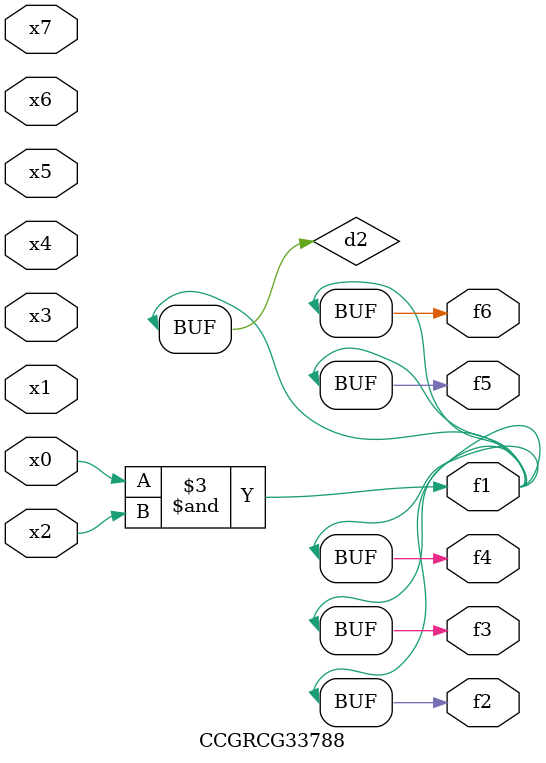
<source format=v>
module CCGRCG33788(
	input x0, x1, x2, x3, x4, x5, x6, x7,
	output f1, f2, f3, f4, f5, f6
);

	wire d1, d2;

	nor (d1, x3, x6);
	and (d2, x0, x2);
	assign f1 = d2;
	assign f2 = d2;
	assign f3 = d2;
	assign f4 = d2;
	assign f5 = d2;
	assign f6 = d2;
endmodule

</source>
